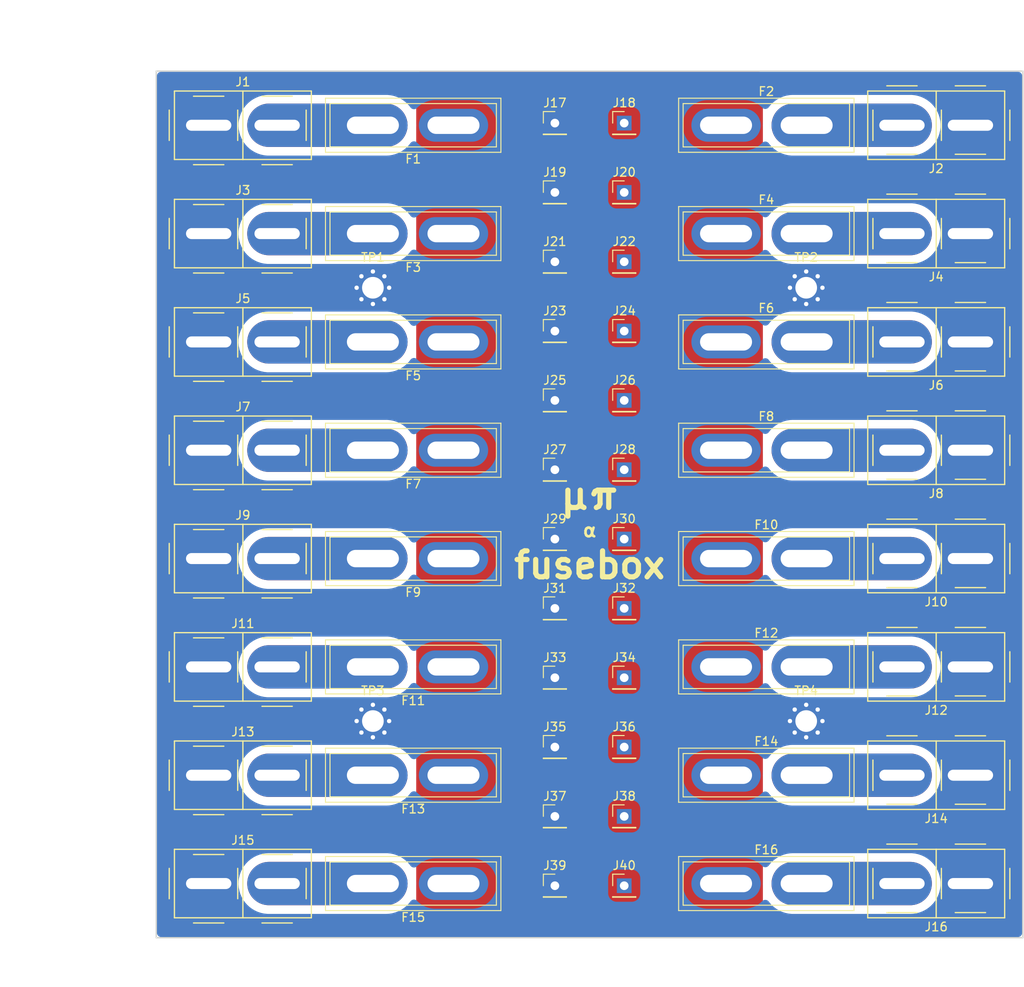
<source format=kicad_pcb>
(kicad_pcb (version 20221018) (generator pcbnew)
  (layers (0 "F.Cu" signal) (31 "B.Cu" signal) (34 "B.Paste" user) (35 "F.Paste" user) (36 "B.SilkS" user "B.Silkscreen") (37 "F.SilkS" user "F.Silkscreen") (38 "B.Mask" user) (39 "F.Mask" user) (44 "Edge.Cuts" user))
  (net 0 "")
  (net 1 "Net-(F1-Pad2)")
  (net 2 "Net-(F2-Pad2)")
  (net 3 "Net-(F3-Pad2)")
  (net 4 "Net-(F4-Pad2)")
  (net 5 "Net-(F5-Pad2)")
  (net 6 "Net-(F6-Pad2)")
  (net 7 "Net-(F7-Pad2)")
  (net 8 "Net-(F8-Pad2)")
  (net 9 "+VDC")
  (net 10 "Net-(F9-Pad2)")
  (net 11 "Net-(F10-Pad2)")
  (net 12 "Net-(F11-Pad2)")
  (net 13 "Net-(F12-Pad2)")
  (net 14 "Net-(F13-Pad2)")
  (net 15 "Net-(F14-Pad2)")
  (net 16 "Net-(F15-Pad2)")
  (net 17 "Net-(F16-Pad2)")
  (net 18 "Earth")
  (footprint "Fuse_Holders_and_Fuses:BladeFuse-CarType" (layer "F.Cu") (at 34.3 6.25 180)
    (fp_text reference "F1" (at 4.65 -3.9 180) (layer "F.SilkS"))
    (fp_text value "Fuse")
    (pad "1" thru_hole oval (at 0 0 180) (size 8 3.8) (drill oval 6 2) (layers "*.Cu" "*.Mask") (net 9 "+VDC"))
    (pad "2" thru_hole oval (at 9.3 0 180) (size 8 3.8) (drill oval 6 2) (layers "*.Cu" "*.Mask") (net 1 "Net-(F1-Pad2)"))
  )
  (footprint "Fuse_Holders_and_Fuses:BladeFuse-CarType" (layer "F.Cu") (at 65.75 6.25)
    (fp_text reference "F2" (at 4.65 -3.9) (layer "F.SilkS"))
    (fp_text value "Fuse")
    (pad "1" thru_hole oval (at 0 0) (size 8 3.8) (drill oval 6 2) (layers "*.Cu" "*.Mask") (net 9 "+VDC"))
    (pad "2" thru_hole oval (at 9.3 0) (size 8 3.8) (drill oval 6 2) (layers "*.Cu" "*.Mask") (net 2 "Net-(F2-Pad2)"))
  )
  (footprint "Fuse_Holders_and_Fuses:BladeFuse-CarType" (layer "F.Cu") (at 34.3 18.75 180)
    (fp_text reference "F3" (at 4.65 -3.9 180) (layer "F.SilkS"))
    (fp_text value "Fuse")
    (pad "1" thru_hole oval (at 0 0 180) (size 8 3.8) (drill oval 6 2) (layers "*.Cu" "*.Mask") (net 9 "+VDC"))
    (pad "2" thru_hole oval (at 9.3 0 180) (size 8 3.8) (drill oval 6 2) (layers "*.Cu" "*.Mask") (net 3 "Net-(F3-Pad2)"))
  )
  (footprint "Fuse_Holders_and_Fuses:BladeFuse-CarType" (layer "F.Cu") (at 65.75 18.75)
    (fp_text reference "F4" (at 4.65 -3.9) (layer "F.SilkS"))
    (fp_text value "Fuse")
    (pad "1" thru_hole oval (at 0 0) (size 8 3.8) (drill oval 6 2) (layers "*.Cu" "*.Mask") (net 9 "+VDC"))
    (pad "2" thru_hole oval (at 9.3 0) (size 8 3.8) (drill oval 6 2) (layers "*.Cu" "*.Mask") (net 4 "Net-(F4-Pad2)"))
  )
  (footprint "Fuse_Holders_and_Fuses:BladeFuse-CarType" (layer "F.Cu") (at 34.3 31.25 180)
    (fp_text reference "F5" (at 4.65 -3.9 180) (layer "F.SilkS"))
    (fp_text value "Fuse")
    (pad "1" thru_hole oval (at 0 0 180) (size 8 3.8) (drill oval 6 2) (layers "*.Cu" "*.Mask") (net 9 "+VDC"))
    (pad "2" thru_hole oval (at 9.3 0 180) (size 8 3.8) (drill oval 6 2) (layers "*.Cu" "*.Mask") (net 5 "Net-(F5-Pad2)"))
  )
  (footprint "Fuse_Holders_and_Fuses:BladeFuse-CarType" (layer "F.Cu") (at 65.75 31.25)
    (fp_text reference "F6" (at 4.65 -3.9) (layer "F.SilkS"))
    (fp_text value "Fuse")
    (pad "1" thru_hole oval (at 0 0) (size 8 3.8) (drill oval 6 2) (layers "*.Cu" "*.Mask") (net 9 "+VDC"))
    (pad "2" thru_hole oval (at 9.3 0) (size 8 3.8) (drill oval 6 2) (layers "*.Cu" "*.Mask") (net 6 "Net-(F6-Pad2)"))
  )
  (footprint "Fuse_Holders_and_Fuses:BladeFuse-CarType" (layer "F.Cu") (at 34.3 43.75 180)
    (fp_text reference "F7" (at 4.65 -3.9 180) (layer "F.SilkS"))
    (fp_text value "Fuse")
    (pad "1" thru_hole oval (at 0 0 180) (size 8 3.8) (drill oval 6 2) (layers "*.Cu" "*.Mask") (net 9 "+VDC"))
    (pad "2" thru_hole oval (at 9.3 0 180) (size 8 3.8) (drill oval 6 2) (layers "*.Cu" "*.Mask") (net 7 "Net-(F7-Pad2)"))
  )
  (footprint "Fuse_Holders_and_Fuses:BladeFuse-CarType" (layer "F.Cu") (at 65.75 43.75)
    (fp_text reference "F8" (at 4.65 -3.9) (layer "F.SilkS"))
    (fp_text value "Fuse")
    (pad "1" thru_hole oval (at 0 0) (size 8 3.8) (drill oval 6 2) (layers "*.Cu" "*.Mask") (net 9 "+VDC"))
    (pad "2" thru_hole oval (at 9.3 0) (size 8 3.8) (drill oval 6 2) (layers "*.Cu" "*.Mask") (net 8 "Net-(F8-Pad2)"))
  )
  (footprint "Connectors_Anderson:45A-VERT-PAIR" (layer "F.Cu") (at 10 6.25)
    (fp_text reference "J1" (at 0 -5) (layer "F.SilkS"))
    (fp_text value "Amateur_DC" hide)
    (pad "1" thru_hole rect (at -3.95 0) (size 6.25 2.25) (drill oval 5.23 1.27) (layers "*.Cu" "*.Mask") (net 18 "Earth"))
    (pad "2" thru_hole rect (at 3.95 0) (size 6.25 2.25) (drill oval 5.23 1.27) (layers "*.Cu" "*.Mask") (net 1 "Net-(F1-Pad2)"))
  )
  (footprint "Connectors_Anderson:45A-VERT-PAIR" (layer "F.Cu") (at 90 6.25 180)
    (fp_text reference "J2" (at 0 -5 180) (layer "F.SilkS"))
    (fp_text value "Amateur_DC" hide)
    (pad "1" thru_hole rect (at -3.95 0 180) (size 6.25 2.25) (drill oval 5.23 1.27) (layers "*.Cu" "*.Mask") (net 18 "Earth"))
    (pad "2" thru_hole rect (at 3.95 0 180) (size 6.25 2.25) (drill oval 5.23 1.27) (layers "*.Cu" "*.Mask") (net 2 "Net-(F2-Pad2)"))
  )
  (footprint "Connectors_Anderson:45A-VERT-PAIR" (layer "F.Cu") (at 10 18.75)
    (fp_text reference "J3" (at 0 -5) (layer "F.SilkS"))
    (fp_text value "Amateur_DC" hide)
    (pad "1" thru_hole rect (at -3.95 0) (size 6.25 2.25) (drill oval 5.23 1.27) (layers "*.Cu" "*.Mask") (net 18 "Earth"))
    (pad "2" thru_hole rect (at 3.95 0) (size 6.25 2.25) (drill oval 5.23 1.27) (layers "*.Cu" "*.Mask") (net 3 "Net-(F3-Pad2)"))
  )
  (footprint "Connectors_Anderson:45A-VERT-PAIR" (layer "F.Cu") (at 90 18.75 180)
    (fp_text reference "J4" (at 0 -5 180) (layer "F.SilkS"))
    (fp_text value "Amateur_DC" hide)
    (pad "1" thru_hole rect (at -3.95 0 180) (size 6.25 2.25) (drill oval 5.23 1.27) (layers "*.Cu" "*.Mask") (net 18 "Earth"))
    (pad "2" thru_hole rect (at 3.95 0 180) (size 6.25 2.25) (drill oval 5.23 1.27) (layers "*.Cu" "*.Mask") (net 4 "Net-(F4-Pad2)"))
  )
  (footprint "Connectors_Anderson:45A-VERT-PAIR" (layer "F.Cu") (at 10 31.25)
    (fp_text reference "J5" (at 0 -5) (layer "F.SilkS"))
    (fp_text value "Amateur_DC" hide)
    (pad "1" thru_hole rect (at -3.95 0) (size 6.25 2.25) (drill oval 5.23 1.27) (layers "*.Cu" "*.Mask") (net 18 "Earth"))
    (pad "2" thru_hole rect (at 3.95 0) (size 6.25 2.25) (drill oval 5.23 1.27) (layers "*.Cu" "*.Mask") (net 5 "Net-(F5-Pad2)"))
  )
  (footprint "Connectors_Anderson:45A-VERT-PAIR" (layer "F.Cu") (at 90 31.25 180)
    (fp_text reference "J6" (at 0 -5 180) (layer "F.SilkS"))
    (fp_text value "Amateur_DC" hide)
    (pad "1" thru_hole rect (at -3.95 0 180) (size 6.25 2.25) (drill oval 5.23 1.27) (layers "*.Cu" "*.Mask") (net 18 "Earth"))
    (pad "2" thru_hole rect (at 3.95 0 180) (size 6.25 2.25) (drill oval 5.23 1.27) (layers "*.Cu" "*.Mask") (net 6 "Net-(F6-Pad2)"))
  )
  (footprint "Connectors_Anderson:45A-VERT-PAIR" (layer "F.Cu") (at 10 43.75)
    (fp_text reference "J7" (at 0 -5) (layer "F.SilkS"))
    (fp_text value "Amateur_DC" hide)
    (pad "1" thru_hole rect (at -3.95 0) (size 6.25 2.25) (drill oval 5.23 1.27) (layers "*.Cu" "*.Mask") (net 18 "Earth"))
    (pad "2" thru_hole rect (at 3.95 0) (size 6.25 2.25) (drill oval 5.23 1.27) (layers "*.Cu" "*.Mask") (net 7 "Net-(F7-Pad2)"))
  )
  (footprint "Connectors_Anderson:45A-VERT-PAIR" (layer "F.Cu") (at 90 43.75 180)
    (fp_text reference "J8" (at 0 -5 180) (layer "F.SilkS"))
    (fp_text value "Amateur_DC" hide)
    (pad "1" thru_hole rect (at -3.95 0 180) (size 6.25 2.25) (drill oval 5.23 1.27) (layers "*.Cu" "*.Mask") (net 18 "Earth"))
    (pad "2" thru_hole rect (at 3.95 0 180) (size 6.25 2.25) (drill oval 5.23 1.27) (layers "*.Cu" "*.Mask") (net 8 "Net-(F8-Pad2)"))
  )
  (footprint "Fuse_Holders_and_Fuses:BladeFuse-CarType" (layer "F.Cu") (at 34.3 56.25 180)
    (fp_text reference "F9" (at 4.65 -3.9 180) (layer "F.SilkS"))
    (fp_text value "Fuse")
    (pad "1" thru_hole oval (at 0 0 180) (size 8 3.8) (drill oval 6 2) (layers "*.Cu" "*.Mask") (net 9 "+VDC"))
    (pad "2" thru_hole oval (at 9.3 0 180) (size 8 3.8) (drill oval 6 2) (layers "*.Cu" "*.Mask") (net 10 "Net-(F9-Pad2)"))
  )
  (footprint "Fuse_Holders_and_Fuses:BladeFuse-CarType" (layer "F.Cu") (at 65.75 56.25)
    (fp_text reference "F10" (at 4.65 -3.9) (layer "F.SilkS"))
    (fp_text value "Fuse")
    (pad "1" thru_hole oval (at 0 0) (size 8 3.8) (drill oval 6 2) (layers "*.Cu" "*.Mask") (net 9 "+VDC"))
    (pad "2" thru_hole oval (at 9.3 0) (size 8 3.8) (drill oval 6 2) (layers "*.Cu" "*.Mask") (net 11 "Net-(F10-Pad2)"))
  )
  (footprint "Fuse_Holders_and_Fuses:BladeFuse-CarType" (layer "F.Cu") (at 34.3 68.75 180)
    (fp_text reference "F11" (at 4.65 -3.9 180) (layer "F.SilkS"))
    (fp_text value "Fuse")
    (pad "1" thru_hole oval (at 0 0 180) (size 8 3.8) (drill oval 6 2) (layers "*.Cu" "*.Mask") (net 9 "+VDC"))
    (pad "2" thru_hole oval (at 9.3 0 180) (size 8 3.8) (drill oval 6 2) (layers "*.Cu" "*.Mask") (net 12 "Net-(F11-Pad2)"))
  )
  (footprint "Fuse_Holders_and_Fuses:BladeFuse-CarType" (layer "F.Cu") (at 65.75 68.75)
    (fp_text reference "F12" (at 4.65 -3.9) (layer "F.SilkS"))
    (fp_text value "Fuse")
    (pad "1" thru_hole oval (at 0 0) (size 8 3.8) (drill oval 6 2) (layers "*.Cu" "*.Mask") (net 9 "+VDC"))
    (pad "2" thru_hole oval (at 9.3 0) (size 8 3.8) (drill oval 6 2) (layers "*.Cu" "*.Mask") (net 13 "Net-(F12-Pad2)"))
  )
  (footprint "Fuse_Holders_and_Fuses:BladeFuse-CarType" (layer "F.Cu") (at 34.3 81.25 180)
    (fp_text reference "F13" (at 4.65 -3.9 180) (layer "F.SilkS"))
    (fp_text value "Fuse")
    (pad "1" thru_hole oval (at 0 0 180) (size 8 3.8) (drill oval 6 2) (layers "*.Cu" "*.Mask") (net 9 "+VDC"))
    (pad "2" thru_hole oval (at 9.3 0 180) (size 8 3.8) (drill oval 6 2) (layers "*.Cu" "*.Mask") (net 14 "Net-(F13-Pad2)"))
  )
  (footprint "Fuse_Holders_and_Fuses:BladeFuse-CarType" (layer "F.Cu") (at 65.75 81.25)
    (fp_text reference "F14" (at 4.65 -3.9) (layer "F.SilkS"))
    (fp_text value "Fuse")
    (pad "1" thru_hole oval (at 0 0) (size 8 3.8) (drill oval 6 2) (layers "*.Cu" "*.Mask") (net 9 "+VDC"))
    (pad "2" thru_hole oval (at 9.3 0) (size 8 3.8) (drill oval 6 2) (layers "*.Cu" "*.Mask") (net 15 "Net-(F14-Pad2)"))
  )
  (footprint "Fuse_Holders_and_Fuses:BladeFuse-CarType" (layer "F.Cu") (at 34.3 93.75 180)
    (fp_text reference "F15" (at 4.65 -3.9 180) (layer "F.SilkS"))
    (fp_text value "Fuse")
    (pad "1" thru_hole oval (at 0 0 180) (size 8 3.8) (drill oval 6 2) (layers "*.Cu" "*.Mask") (net 9 "+VDC"))
    (pad "2" thru_hole oval (at 9.3 0 180) (size 8 3.8) (drill oval 6 2) (layers "*.Cu" "*.Mask") (net 16 "Net-(F15-Pad2)"))
  )
  (footprint "Fuse_Holders_and_Fuses:BladeFuse-CarType" (layer "F.Cu") (at 65.75 93.75)
    (fp_text reference "F16" (at 4.65 -3.9) (layer "F.SilkS"))
    (fp_text value "Fuse")
    (pad "1" thru_hole oval (at 0 0) (size 8 3.8) (drill oval 6 2) (layers "*.Cu" "*.Mask") (net 9 "+VDC"))
    (pad "2" thru_hole oval (at 9.3 0) (size 8 3.8) (drill oval 6 2) (layers "*.Cu" "*.Mask") (net 17 "Net-(F16-Pad2)"))
  )
  (footprint "Connectors_Anderson:45A-VERT-PAIR" (layer "F.Cu") (at 10 56.25)
    (fp_text reference "J9" (at 0 -5) (layer "F.SilkS"))
    (fp_text value "Amateur_DC" hide)
    (pad "1" thru_hole rect (at -3.95 0) (size 6.25 2.25) (drill oval 5.23 1.27) (layers "*.Cu" "*.Mask") (net 18 "Earth"))
    (pad "2" thru_hole rect (at 3.95 0) (size 6.25 2.25) (drill oval 5.23 1.27) (layers "*.Cu" "*.Mask") (net 10 "Net-(F9-Pad2)"))
  )
  (footprint "Connectors_Anderson:45A-VERT-PAIR" (layer "F.Cu") (at 90 56.25 180)
    (fp_text reference "J10" (at 0 -5 180) (layer "F.SilkS"))
    (fp_text value "Amateur_DC" hide)
    (pad "1" thru_hole rect (at -3.95 0 180) (size 6.25 2.25) (drill oval 5.23 1.27) (layers "*.Cu" "*.Mask") (net 18 "Earth"))
    (pad "2" thru_hole rect (at 3.95 0 180) (size 6.25 2.25) (drill oval 5.23 1.27) (layers "*.Cu" "*.Mask") (net 11 "Net-(F10-Pad2)"))
  )
  (footprint "Connectors_Anderson:45A-VERT-PAIR" (layer "F.Cu") (at 10 68.75)
    (fp_text reference "J11" (at 0 -5) (layer "F.SilkS"))
    (fp_text value "Amateur_DC" hide)
    (pad "1" thru_hole rect (at -3.95 0) (size 6.25 2.25) (drill oval 5.23 1.27) (layers "*.Cu" "*.Mask") (net 18 "Earth"))
    (pad "2" thru_hole rect (at 3.95 0) (size 6.25 2.25) (drill oval 5.23 1.27) (layers "*.Cu" "*.Mask") (net 12 "Net-(F11-Pad2)"))
  )
  (footprint "Connectors_Anderson:45A-VERT-PAIR" (layer "F.Cu") (at 90 68.75 180)
    (fp_text reference "J12" (at 0 -5 180) (layer "F.SilkS"))
    (fp_text value "Amateur_DC" hide)
    (pad "1" thru_hole rect (at -3.95 0 180) (size 6.25 2.25) (drill oval 5.23 1.27) (layers "*.Cu" "*.Mask") (net 18 "Earth"))
    (pad "2" thru_hole rect (at 3.95 0 180) (size 6.25 2.25) (drill oval 5.23 1.27) (layers "*.Cu" "*.Mask") (net 13 "Net-(F12-Pad2)"))
  )
  (footprint "Connectors_Anderson:45A-VERT-PAIR" (layer "F.Cu") (at 10 81.25)
    (fp_text reference "J13" (at 0 -5) (layer "F.SilkS"))
    (fp_text value "Amateur_DC" hide)
    (pad "1" thru_hole rect (at -3.95 0) (size 6.25 2.25) (drill oval 5.23 1.27) (layers "*.Cu" "*.Mask") (net 18 "Earth"))
    (pad "2" thru_hole rect (at 3.95 0) (size 6.25 2.25) (drill oval 5.23 1.27) (layers "*.Cu" "*.Mask") (net 14 "Net-(F13-Pad2)"))
  )
  (footprint "Connectors_Anderson:45A-VERT-PAIR" (layer "F.Cu") (at 90 81.25 180)
    (fp_text reference "J14" (at 0 -5 180) (layer "F.SilkS"))
    (fp_text value "Amateur_DC" hide)
    (pad "1" thru_hole rect (at -3.95 0 180) (size 6.25 2.25) (drill oval 5.23 1.27) (layers "*.Cu" "*.Mask") (net 18 "Earth"))
    (pad "2" thru_hole rect (at 3.95 0 180) (size 6.25 2.25) (drill oval 5.23 1.27) (layers "*.Cu" "*.Mask") (net 15 "Net-(F14-Pad2)"))
  )
  (footprint "Connectors_Anderson:45A-VERT-PAIR" (layer "F.Cu") (at 10 93.75)
    (fp_text reference "J15" (at 0 -5) (layer "F.SilkS"))
    (fp_text value "Amateur_DC" hide)
    (pad "1" thru_hole rect (at -3.95 0) (size 6.25 2.25) (drill oval 5.23 1.27) (layers "*.Cu" "*.Mask") (net 18 "Earth"))
    (pad "2" thru_hole rect (at 3.95 0) (size 6.25 2.25) (drill oval 5.23 1.27) (layers "*.Cu" "*.Mask") (net 16 "Net-(F15-Pad2)"))
  )
  (footprint "Connectors_Anderson:45A-VERT-PAIR" (layer "F.Cu") (at 90 93.75 180)
    (fp_text reference "J16" (at 0 -5 180) (layer "F.SilkS"))
    (fp_text value "Amateur_DC" hide)
    (pad "1" thru_hole rect (at -3.95 0 180) (size 6.25 2.25) (drill oval 5.23 1.27) (layers "*.Cu" "*.Mask") (net 18 "Earth"))
    (pad "2" thru_hole rect (at 3.95 0 180) (size 6.25 2.25) (drill oval 5.23 1.27) (layers "*.Cu" "*.Mask") (net 17 "Net-(F16-Pad2)"))
  )
  (footprint "Mounting_Holes:MountingHole_2.5mm_Pad_Via" (layer "F.Cu") (at 25 25)
    (fp_text reference "TP1" (at 0 -3.5) (layer "F.SilkS"))
    (fp_text value "TEST")
    (pad "1" thru_hole circle (at -1.875 0) (size 0.8 0.8) (drill 0.5) (layers "*.Cu" "*.Mask") (net 18 "Earth"))
    (pad "1" thru_hole circle (at -1.325825 -1.325825) (size 0.8 0.8) (drill 0.5) (layers "*.Cu" "*.Mask") (net 18 "Earth"))
    (pad "1" thru_hole circle (at -1.325825 1.325825) (size 0.8 0.8) (drill 0.5) (layers "*.Cu" "*.Mask") (net 18 "Earth"))
    (pad "1" thru_hole circle (at 0 -1.875) (size 0.8 0.8) (drill 0.5) (layers "*.Cu" "*.Mask") (net 18 "Earth"))
    (pad "1" thru_hole circle (at 0 0) (size 5 5) (drill 2.5) (layers "*.Cu" "*.Mask") (net 18 "Earth"))
    (pad "1" thru_hole circle (at 0 1.875) (size 0.8 0.8) (drill 0.5) (layers "*.Cu" "*.Mask") (net 18 "Earth"))
    (pad "1" thru_hole circle (at 1.325825 -1.325825) (size 0.8 0.8) (drill 0.5) (layers "*.Cu" "*.Mask") (net 18 "Earth"))
    (pad "1" thru_hole circle (at 1.325825 1.325825) (size 0.8 0.8) (drill 0.5) (layers "*.Cu" "*.Mask") (net 18 "Earth"))
    (pad "1" thru_hole circle (at 1.875 0) (size 0.8 0.8) (drill 0.5) (layers "*.Cu" "*.Mask") (net 18 "Earth"))
  )
  (footprint "Mounting_Holes:MountingHole_2.5mm_Pad_Via" (layer "F.Cu") (at 75 25)
    (fp_text reference "TP2" (at 0 -3.5) (layer "F.SilkS"))
    (fp_text value "TEST")
    (pad "1" thru_hole circle (at -1.875 0) (size 0.8 0.8) (drill 0.5) (layers "*.Cu" "*.Mask") (net 18 "Earth"))
    (pad "1" thru_hole circle (at -1.325825 -1.325825) (size 0.8 0.8) (drill 0.5) (layers "*.Cu" "*.Mask") (net 18 "Earth"))
    (pad "1" thru_hole circle (at -1.325825 1.325825) (size 0.8 0.8) (drill 0.5) (layers "*.Cu" "*.Mask") (net 18 "Earth"))
    (pad "1" thru_hole circle (at 0 -1.875) (size 0.8 0.8) (drill 0.5) (layers "*.Cu" "*.Mask") (net 18 "Earth"))
    (pad "1" thru_hole circle (at 0 0) (size 5 5) (drill 2.5) (layers "*.Cu" "*.Mask") (net 18 "Earth"))
    (pad "1" thru_hole circle (at 0 1.875) (size 0.8 0.8) (drill 0.5) (layers "*.Cu" "*.Mask") (net 18 "Earth"))
    (pad "1" thru_hole circle (at 1.325825 -1.325825) (size 0.8 0.8) (drill 0.5) (layers "*.Cu" "*.Mask") (net 18 "Earth"))
    (pad "1" thru_hole circle (at 1.325825 1.325825) (size 0.8 0.8) (drill 0.5) (layers "*.Cu" "*.Mask") (net 18 "Earth"))
    (pad "1" thru_hole circle (at 1.875 0) (size 0.8 0.8) (drill 0.5) (layers "*.Cu" "*.Mask") (net 18 "Earth"))
  )
  (footprint "Mounting_Holes:MountingHole_2.5mm_Pad_Via" (layer "F.Cu") (at 25 75)
    (fp_text reference "TP3" (at 0 -3.5) (layer "F.SilkS"))
    (fp_text value "TEST")
    (pad "1" thru_hole circle (at -1.875 0) (size 0.8 0.8) (drill 0.5) (layers "*.Cu" "*.Mask") (net 18 "Earth"))
    (pad "1" thru_hole circle (at -1.325825 -1.325825) (size 0.8 0.8) (drill 0.5) (layers "*.Cu" "*.Mask") (net 18 "Earth"))
    (pad "1" thru_hole circle (at -1.325825 1.325825) (size 0.8 0.8) (drill 0.5) (layers "*.Cu" "*.Mask") (net 18 "Earth"))
    (pad "1" thru_hole circle (at 0 -1.875) (size 0.8 0.8) (drill 0.5) (layers "*.Cu" "*.Mask") (net 18 "Earth"))
    (pad "1" thru_hole circle (at 0 0) (size 5 5) (drill 2.5) (layers "*.Cu" "*.Mask") (net 18 "Earth"))
    (pad "1" thru_hole circle (at 0 1.875) (size 0.8 0.8) (drill 0.5) (layers "*.Cu" "*.Mask") (net 18 "Earth"))
    (pad "1" thru_hole circle (at 1.325825 -1.325825) (size 0.8 0.8) (drill 0.5) (layers "*.Cu" "*.Mask") (net 18 "Earth"))
    (pad "1" thru_hole circle (at 1.325825 1.325825) (size 0.8 0.8) (drill 0.5) (layers "*.Cu" "*.Mask") (net 18 "Earth"))
    (pad "1" thru_hole circle (at 1.875 0) (size 0.8 0.8) (drill 0.5) (layers "*.Cu" "*.Mask") (net 18 "Earth"))
  )
  (footprint "Mounting_Holes:MountingHole_2.5mm_Pad_Via" (layer "F.Cu") (at 75 75)
    (fp_text reference "TP4" (at 0 -3.5) (layer "F.SilkS"))
    (fp_text value "TEST")
    (pad "1" thru_hole circle (at -1.875 0) (size 0.8 0.8) (drill 0.5) (layers "*.Cu" "*.Mask") (net 18 "Earth"))
    (pad "1" thru_hole circle (at -1.325825 -1.325825) (size 0.8 0.8) (drill 0.5) (layers "*.Cu" "*.Mask") (net 18 "Earth"))
    (pad "1" thru_hole circle (at -1.325825 1.325825) (size 0.8 0.8) (drill 0.5) (layers "*.Cu" "*.Mask") (net 18 "Earth"))
    (pad "1" thru_hole circle (at 0 -1.875) (size 0.8 0.8) (drill 0.5) (layers "*.Cu" "*.Mask") (net 18 "Earth"))
    (pad "1" thru_hole circle (at 0 0) (size 5 5) (drill 2.5) (layers "*.Cu" "*.Mask") (net 18 "Earth"))
    (pad "1" thru_hole circle (at 0 1.875) (size 0.8 0.8) (drill 0.5) (layers "*.Cu" "*.Mask") (net 18 "Earth"))
    (pad "1" thru_hole circle (at 1.325825 -1.325825) (size 0.8 0.8) (drill 0.5) (layers "*.Cu" "*.Mask") (net 18 "Earth"))
    (pad "1" thru_hole circle (at 1.325825 1.325825) (size 0.8 0.8) (drill 0.5) (layers "*.Cu" "*.Mask") (net 18 "Earth"))
    (pad "1" thru_hole circle (at 1.875 0) (size 0.8 0.8) (drill 0.5) (layers "*.Cu" "*.Mask") (net 18 "Earth"))
  )
  (footprint "Socket_Strips:Socket_Strip_Straight_1x01_Pitch2.54mm" (layer "F.Cu") (at 46 6)
    (fp_text reference "J17" (at 0 -2.33) (layer "F.SilkS"))
    (fp_text value "Conn_01x01")
    (pad "1" thru_hole rect (at 0 0) (size 1.7 1.7) (drill 1) (layers "*.Cu" "*.Mask") (net 18 "Earth"))
  )
  (footprint "Socket_Strips:Socket_Strip_Straight_1x01_Pitch2.54mm" (layer "F.Cu") (at 54 6)
    (fp_text reference "J18" (at 0 -2.33) (layer "F.SilkS"))
    (fp_text value "Conn_01x01")
    (pad "1" thru_hole rect (at 0 0) (size 1.7 1.7) (drill 1) (layers "*.Cu" "*.Mask") (net 9 "+VDC"))
  )
  (footprint "Socket_Strips:Socket_Strip_Straight_1x01_Pitch2.54mm" (layer "F.Cu") (at 46 14)
    (fp_text reference "J19" (at 0 -2.33) (layer "F.SilkS"))
    (fp_text value "Conn_01x01")
    (pad "1" thru_hole rect (at 0 0) (size 1.7 1.7) (drill 1) (layers "*.Cu" "*.Mask") (net 18 "Earth"))
  )
  (footprint "Socket_Strips:Socket_Strip_Straight_1x01_Pitch2.54mm" (layer "F.Cu") (at 54 14)
    (fp_text reference "J20" (at 0 -2.33) (layer "F.SilkS"))
    (fp_text value "Conn_01x01")
    (pad "1" thru_hole rect (at 0 0) (size 1.7 1.7) (drill 1) (layers "*.Cu" "*.Mask") (net 9 "+VDC"))
  )
  (footprint "Socket_Strips:Socket_Strip_Straight_1x01_Pitch2.54mm" (layer "F.Cu") (at 46 22)
    (fp_text reference "J21" (at 0 -2.33) (layer "F.SilkS"))
    (fp_text value "Conn_01x01")
    (pad "1" thru_hole rect (at 0 0) (size 1.7 1.7) (drill 1) (layers "*.Cu" "*.Mask") (net 18 "Earth"))
  )
  (footprint "Socket_Strips:Socket_Strip_Straight_1x01_Pitch2.54mm" (layer "F.Cu") (at 54 22)
    (fp_text reference "J22" (at 0 -2.33) (layer "F.SilkS"))
    (fp_text value "Conn_01x01")
    (pad "1" thru_hole rect (at 0 0) (size 1.7 1.7) (drill 1) (layers "*.Cu" "*.Mask") (net 9 "+VDC"))
  )
  (footprint "Socket_Strips:Socket_Strip_Straight_1x01_Pitch2.54mm" (layer "F.Cu") (at 46 30)
    (fp_text reference "J23" (at 0 -2.33) (layer "F.SilkS"))
    (fp_text value "Conn_01x01")
    (pad "1" thru_hole rect (at 0 0) (size 1.7 1.7) (drill 1) (layers "*.Cu" "*.Mask") (net 18 "Earth"))
  )
  (footprint "Socket_Strips:Socket_Strip_Straight_1x01_Pitch2.54mm" (layer "F.Cu") (at 54 30)
    (fp_text reference "J24" (at 0 -2.33) (layer "F.SilkS"))
    (fp_text value "Conn_01x01")
    (pad "1" thru_hole rect (at 0 0) (size 1.7 1.7) (drill 1) (layers "*.Cu" "*.Mask") (net 9 "+VDC"))
  )
  (footprint "Socket_Strips:Socket_Strip_Straight_1x01_Pitch2.54mm" (layer "F.Cu") (at 46 38)
    (fp_text reference "J25" (at 0 -2.33) (layer "F.SilkS"))
    (fp_text value "Conn_01x01")
    (pad "1" thru_hole rect (at 0 0) (size 1.7 1.7) (drill 1) (layers "*.Cu" "*.Mask") (net 18 "Earth"))
  )
  (footprint "Socket_Strips:Socket_Strip_Straight_1x01_Pitch2.54mm" (layer "F.Cu") (at 54 38)
    (fp_text reference "J26" (at 0 -2.33) (layer "F.SilkS"))
    (fp_text value "Conn_01x01")
    (pad "1" thru_hole rect (at 0 0) (size 1.7 1.7) (drill 1) (layers "*.Cu" "*.Mask") (net 9 "+VDC"))
  )
  (footprint "Socket_Strips:Socket_Strip_Straight_1x01_Pitch2.54mm" (layer "F.Cu") (at 46 46)
    (fp_text reference "J27" (at 0 -2.33) (layer "F.SilkS"))
    (fp_text value "Conn_01x01")
    (pad "1" thru_hole rect (at 0 0) (size 1.7 1.7) (drill 1) (layers "*.Cu" "*.Mask") (net 18 "Earth"))
  )
  (footprint "Socket_Strips:Socket_Strip_Straight_1x01_Pitch2.54mm" (layer "F.Cu") (at 54 46)
    (fp_text reference "J28" (at 0 -2.33) (layer "F.SilkS"))
    (fp_text value "Conn_01x01")
    (pad "1" thru_hole rect (at 0 0) (size 1.7 1.7) (drill 1) (layers "*.Cu" "*.Mask") (net 9 "+VDC"))
  )
  (footprint "Socket_Strips:Socket_Strip_Straight_1x01_Pitch2.54mm" (layer "F.Cu") (at 46 54)
    (fp_text reference "J29" (at 0 -2.33) (layer "F.SilkS"))
    (fp_text value "Conn_01x01")
    (pad "1" thru_hole rect (at 0 0) (size 1.7 1.7) (drill 1) (layers "*.Cu" "*.Mask") (net 18 "Earth"))
  )
  (footprint "Socket_Strips:Socket_Strip_Straight_1x01_Pitch2.54mm" (layer "F.Cu") (at 54 54)
    (fp_text reference "J30" (at 0 -2.33) (layer "F.SilkS"))
    (fp_text value "Conn_01x01")
    (pad "1" thru_hole rect (at 0 0) (size 1.7 1.7) (drill 1) (layers "*.Cu" "*.Mask") (net 9 "+VDC"))
  )
  (footprint "Socket_Strips:Socket_Strip_Straight_1x01_Pitch2.54mm" (layer "F.Cu") (at 46 62)
    (fp_text reference "J31" (at 0 -2.33) (layer "F.SilkS"))
    (fp_text value "Conn_01x01")
    (pad "1" thru_hole rect (at 0 0) (size 1.7 1.7) (drill 1) (layers "*.Cu" "*.Mask") (net 18 "Earth"))
  )
  (footprint "Socket_Strips:Socket_Strip_Straight_1x01_Pitch2.54mm" (layer "F.Cu") (at 54 62)
    (fp_text reference "J32" (at 0 -2.33) (layer "F.SilkS"))
    (fp_text value "Conn_01x01")
    (pad "1" thru_hole rect (at 0 0) (size 1.7 1.7) (drill 1) (layers "*.Cu" "*.Mask") (net 9 "+VDC"))
  )
  (footprint "Socket_Strips:Socket_Strip_Straight_1x01_Pitch2.54mm" (layer "F.Cu") (at 46 70)
    (fp_text reference "J33" (at 0 -2.33) (layer "F.SilkS"))
    (fp_text value "Conn_01x01")
    (pad "1" thru_hole rect (at 0 0) (size 1.7 1.7) (drill 1) (layers "*.Cu" "*.Mask") (net 18 "Earth"))
  )
  (footprint "Socket_Strips:Socket_Strip_Straight_1x01_Pitch2.54mm" (layer "F.Cu") (at 54 70)
    (fp_text reference "J34" (at 0 -2.33) (layer "F.SilkS"))
    (fp_text value "Conn_01x01")
    (pad "1" thru_hole rect (at 0 0) (size 1.7 1.7) (drill 1) (layers "*.Cu" "*.Mask") (net 9 "+VDC"))
  )
  (footprint "Socket_Strips:Socket_Strip_Straight_1x01_Pitch2.54mm" (layer "F.Cu") (at 46 78)
    (fp_text reference "J35" (at 0 -2.33) (layer "F.SilkS"))
    (fp_text value "Conn_01x01")
    (pad "1" thru_hole rect (at 0 0) (size 1.7 1.7) (drill 1) (layers "*.Cu" "*.Mask") (net 18 "Earth"))
  )
  (footprint "Socket_Strips:Socket_Strip_Straight_1x01_Pitch2.54mm" (layer "F.Cu") (at 54 78)
    (fp_text reference "J36" (at 0 -2.33) (layer "F.SilkS"))
    (fp_text value "Conn_01x01")
    (pad "1" thru_hole rect (at 0 0) (size 1.7 1.7) (drill 1) (layers "*.Cu" "*.Mask") (net 9 "+VDC"))
  )
  (footprint "Socket_Strips:Socket_Strip_Straight_1x01_Pitch2.54mm" (layer "F.Cu") (at 46 86)
    (fp_text reference "J37" (at 0 -2.33) (layer "F.SilkS"))
    (fp_text value "Conn_01x01")
    (pad "1" thru_hole rect (at 0 0) (size 1.7 1.7) (drill 1) (layers "*.Cu" "*.Mask") (net 18 "Earth"))
  )
  (footprint "Socket_Strips:Socket_Strip_Straight_1x01_Pitch2.54mm" (layer "F.Cu") (at 54 86)
    (fp_text reference "J38" (at 0 -2.33) (layer "F.SilkS"))
    (fp_text value "Conn_01x01")
    (pad "1" thru_hole rect (at 0 0) (size 1.7 1.7) (drill 1) (layers "*.Cu" "*.Mask") (net 9 "+VDC"))
  )
  (footprint "Socket_Strips:Socket_Strip_Straight_1x01_Pitch2.54mm" (layer "F.Cu") (at 46 94)
    (fp_text reference "J39" (at 0 -2.33) (layer "F.SilkS"))
    (fp_text value "Conn_01x01")
    (pad "1" thru_hole rect (at 0 0) (size 1.7 1.7) (drill 1) (layers "*.Cu" "*.Mask") (net 18 "Earth"))
  )
  (footprint "Socket_Strips:Socket_Strip_Straight_1x01_Pitch2.54mm" (layer "F.Cu") (at 54 94)
    (fp_text reference "J40" (at 0 -2.33) (layer "F.SilkS"))
    (fp_text value "Conn_01x01")
    (pad "1" thru_hole rect (at 0 0) (size 1.7 1.7) (drill 1) (layers "*.Cu" "*.Mask") (net 9 "+VDC"))
  )
  (gr_line (start 100 100) (end 100 0) (stroke (width 0.15)) (layer "Edge.Cuts"))
  (gr_line (start 100 0) (end 0 0) (stroke (width 0.15)) (layer "Edge.Cuts"))
  (gr_line (start 0 100) (end 100 100) (stroke (width 0.15)) (layer "Edge.Cuts"))
  (gr_line (start 0 0) (end 0 100) (stroke (width 0.15)) (layer "Edge.Cuts"))
  (gr_text "α" (at 50 53) (layer "F.SilkS") (effects (font (size 1.5 1.5) (thickness 0.3))))
  (gr_text "fusebox" (at 50 57) (layer "F.SilkS") (effects (font (size 3 3) (thickness 0.6))))
  (gr_text "μπ" (at 50 49) (layer "F.SilkS") (effects (font (size 3 3) (thickness 0.6))))
  (segment (start 13 6.25) (end 26.5 6.25) (width 5) (layer "F.Cu") (net 1))
  (segment (start 13 6.25) (end 26.5 6.25) (width 5) (layer "B.Cu") (net 1))
  (segment (start 73.5 6.25) (end 87 6.25) (width 5) (layer "F.Cu") (net 2))
  (segment (start 73.5 6.25) (end 87 6.25) (width 5) (layer "B.Cu") (net 2))
  (segment (start 13 18.75) (end 26.5 18.75) (width 5) (layer "F.Cu") (net 3))
  (segment (start 13 18.75) (end 26.5 18.75) (width 5) (layer "B.Cu") (net 3))
  (segment (start 73.5 18.75) (end 87 18.75) (width 5) (layer "F.Cu") (net 4))
  (segment (start 73.5 18.75) (end 87 18.75) (width 5) (layer "B.Cu") (net 4))
  (segment (start 13 31.25) (end 26.5 31.25) (width 5) (layer "F.Cu") (net 5))
  (segment (start 13 31.25) (end 26.5 31.25) (width 5) (layer "B.Cu") (net 5))
  (segment (start 73.5 31.25) (end 87 31.25) (width 5) (layer "F.Cu") (net 6))
  (segment (start 73.5 31.25) (end 87 31.25) (width 5) (layer "B.Cu") (net 6))
  (segment (start 13 43.75) (end 26.5 43.75) (width 5) (layer "F.Cu") (net 7))
  (segment (start 13 43.75) (end 26.5 43.75) (width 5) (layer "B.Cu") (net 7))
  (segment (start 73.5 43.75) (end 87 43.75) (width 5) (layer "F.Cu") (net 8))
  (segment (start 73.5 43.75) (end 87 43.75) (width 5) (layer "B.Cu") (net 8))
  (segment (start 13 56.25) (end 26.5 56.25) (width 5) (layer "F.Cu") (net 10))
  (segment (start 13 56.25) (end 26.5 56.25) (width 5) (layer "B.Cu") (net 10))
  (segment (start 73.5 56.25) (end 87 56.25) (width 5) (layer "F.Cu") (net 11))
  (segment (start 73.5 56.25) (end 87 56.25) (width 5) (layer "B.Cu") (net 11))
  (segment (start 13 68.75) (end 26.5 68.75) (width 5) (layer "F.Cu") (net 12))
  (segment (start 13 68.75) (end 26.5 68.75) (width 5) (layer "B.Cu") (net 12))
  (segment (start 73.5 68.75) (end 87 68.75) (width 5) (layer "F.Cu") (net 13))
  (segment (start 73.5 68.75) (end 87 68.75) (width 5) (layer "B.Cu") (net 13))
  (segment (start 13 81.25) (end 26.5 81.25) (width 5) (layer "F.Cu") (net 14))
  (segment (start 13 81.25) (end 26.5 81.25) (width 5) (layer "B.Cu") (net 14))
  (segment (start 73.5 81.25) (end 87 81.25) (width 5) (layer "F.Cu") (net 15))
  (segment (start 73.5 81.25) (end 87 81.25) (width 5) (layer "B.Cu") (net 15))
  (segment (start 13 93.75) (end 26.5 93.75) (width 5) (layer "F.Cu") (net 16))
  (segment (start 13 93.75) (end 26.5 93.75) (width 5) (layer "B.Cu") (net 16))
  (segment (start 73.5 93.75) (end 87 93.75) (width 5) (layer "F.Cu") (net 17))
  (segment (start 73.5 93.75) (end 87 93.75) (width 5) (layer "B.Cu") (net 17))
  (segment (start 6.662738 93.316935) (end 5.662738 93.316935) (width 0.25) (layer "F.Cu") (net 18))
  (segment (start 6.05 93.75) (end 6.05 6.25) (width 6.75) (layer "F.Cu") (net 18))
  (segment (start 93.95 93.75) (end 93.95 6.25) (width 6.75) (layer "F.Cu") (net 18))
  (zone (net 9) (net_name "+VDC") (layer "F.Cu") (connect_pads yes (clearance 1)) (min_thickness 1) (fill yes (thermal_gap 0.508) (thermal_bridge_width 0.508))
    (polygon (pts (xy 30 100) (xy 70 100) (xy 70 0) (xy 30 0)))
  )
  (zone (net 18) (net_name "Earth") (layer "B.Cu") (connect_pads yes (clearance 1)) (min_thickness 1) (fill yes (thermal_gap 0.508) (thermal_bridge_width 0.508))
    (polygon (pts (xy 0 100) (xy 100 100) (xy 100 0) (xy 0 0)))
  )
)
</source>
